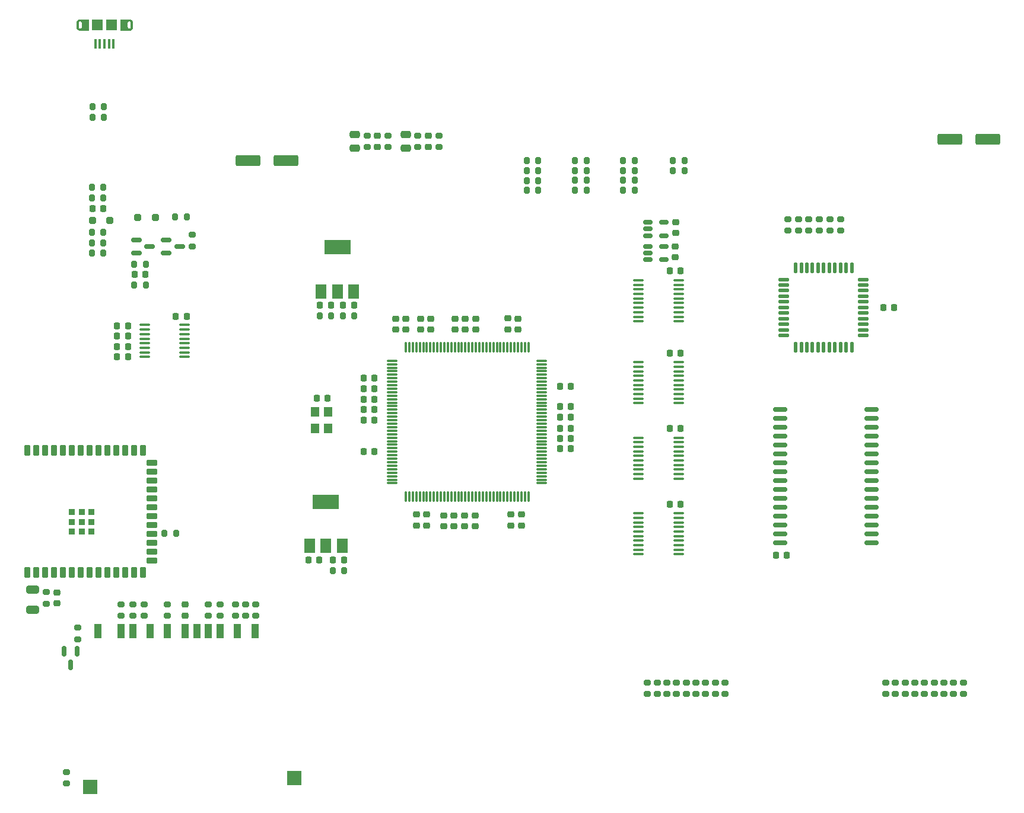
<source format=gtp>
%TF.GenerationSoftware,KiCad,Pcbnew,(7.0.0)*%
%TF.CreationDate,2023-07-18T19:19:10-07:00*%
%TF.ProjectId,aquarius-plus,61717561-7269-4757-932d-706c75732e6b,rev?*%
%TF.SameCoordinates,Original*%
%TF.FileFunction,Paste,Top*%
%TF.FilePolarity,Positive*%
%FSLAX46Y46*%
G04 Gerber Fmt 4.6, Leading zero omitted, Abs format (unit mm)*
G04 Created by KiCad (PCBNEW (7.0.0)) date 2023-07-18 19:19:10*
%MOMM*%
%LPD*%
G01*
G04 APERTURE LIST*
G04 Aperture macros list*
%AMRoundRect*
0 Rectangle with rounded corners*
0 $1 Rounding radius*
0 $2 $3 $4 $5 $6 $7 $8 $9 X,Y pos of 4 corners*
0 Add a 4 corners polygon primitive as box body*
4,1,4,$2,$3,$4,$5,$6,$7,$8,$9,$2,$3,0*
0 Add four circle primitives for the rounded corners*
1,1,$1+$1,$2,$3*
1,1,$1+$1,$4,$5*
1,1,$1+$1,$6,$7*
1,1,$1+$1,$8,$9*
0 Add four rect primitives between the rounded corners*
20,1,$1+$1,$2,$3,$4,$5,0*
20,1,$1+$1,$4,$5,$6,$7,0*
20,1,$1+$1,$6,$7,$8,$9,0*
20,1,$1+$1,$8,$9,$2,$3,0*%
G04 Aperture macros list end*
%ADD10C,0.000100*%
%ADD11RoundRect,0.225000X0.250000X-0.225000X0.250000X0.225000X-0.250000X0.225000X-0.250000X-0.225000X0*%
%ADD12RoundRect,0.200000X0.275000X-0.200000X0.275000X0.200000X-0.275000X0.200000X-0.275000X-0.200000X0*%
%ADD13RoundRect,0.200000X-0.275000X0.200000X-0.275000X-0.200000X0.275000X-0.200000X0.275000X0.200000X0*%
%ADD14RoundRect,0.100000X-0.637500X-0.100000X0.637500X-0.100000X0.637500X0.100000X-0.637500X0.100000X0*%
%ADD15RoundRect,0.150000X0.875000X0.150000X-0.875000X0.150000X-0.875000X-0.150000X0.875000X-0.150000X0*%
%ADD16RoundRect,0.200000X-0.200000X-0.275000X0.200000X-0.275000X0.200000X0.275000X-0.200000X0.275000X0*%
%ADD17RoundRect,0.225000X-0.250000X0.225000X-0.250000X-0.225000X0.250000X-0.225000X0.250000X0.225000X0*%
%ADD18R,1.500000X2.000000*%
%ADD19R,3.800000X2.000000*%
%ADD20RoundRect,0.075000X-0.075000X0.662500X-0.075000X-0.662500X0.075000X-0.662500X0.075000X0.662500X0*%
%ADD21RoundRect,0.075000X-0.662500X0.075000X-0.662500X-0.075000X0.662500X-0.075000X0.662500X0.075000X0*%
%ADD22RoundRect,0.225000X0.225000X0.250000X-0.225000X0.250000X-0.225000X-0.250000X0.225000X-0.250000X0*%
%ADD23RoundRect,0.225000X-0.225000X-0.250000X0.225000X-0.250000X0.225000X0.250000X-0.225000X0.250000X0*%
%ADD24RoundRect,0.250000X0.475000X-0.250000X0.475000X0.250000X-0.475000X0.250000X-0.475000X-0.250000X0*%
%ADD25RoundRect,0.150000X-0.587500X-0.150000X0.587500X-0.150000X0.587500X0.150000X-0.587500X0.150000X0*%
%ADD26RoundRect,0.200000X0.200000X0.275000X-0.200000X0.275000X-0.200000X-0.275000X0.200000X-0.275000X0*%
%ADD27R,0.400000X1.350000*%
%ADD28R,1.500000X1.550000*%
%ADD29R,1.000000X2.000000*%
%ADD30RoundRect,0.000000X-0.500000X-1.000000X0.500000X-1.000000X0.500000X1.000000X-0.500000X1.000000X0*%
%ADD31R,2.000000X2.000000*%
%ADD32RoundRect,0.150000X-0.512500X-0.150000X0.512500X-0.150000X0.512500X0.150000X-0.512500X0.150000X0*%
%ADD33RoundRect,0.137500X0.600000X0.137500X-0.600000X0.137500X-0.600000X-0.137500X0.600000X-0.137500X0*%
%ADD34RoundRect,0.137500X0.137500X0.600000X-0.137500X0.600000X-0.137500X-0.600000X0.137500X-0.600000X0*%
%ADD35RoundRect,0.250000X1.500000X0.550000X-1.500000X0.550000X-1.500000X-0.550000X1.500000X-0.550000X0*%
%ADD36RoundRect,0.250000X0.250000X0.250000X-0.250000X0.250000X-0.250000X-0.250000X0.250000X-0.250000X0*%
%ADD37R,1.200000X1.400000*%
%ADD38RoundRect,0.250000X-0.650000X0.325000X-0.650000X-0.325000X0.650000X-0.325000X0.650000X0.325000X0*%
%ADD39RoundRect,0.225000X0.225000X0.525000X-0.225000X0.525000X-0.225000X-0.525000X0.225000X-0.525000X0*%
%ADD40RoundRect,0.225000X-0.525000X0.225000X-0.525000X-0.225000X0.525000X-0.225000X0.525000X0.225000X0*%
%ADD41RoundRect,0.225000X-0.225000X-0.525000X0.225000X-0.525000X0.225000X0.525000X-0.225000X0.525000X0*%
%ADD42RoundRect,0.225000X-0.225000X-0.225000X0.225000X-0.225000X0.225000X0.225000X-0.225000X0.225000X0*%
%ADD43RoundRect,0.150000X-0.150000X0.587500X-0.150000X-0.587500X0.150000X-0.587500X0.150000X0.587500X0*%
G04 APERTURE END LIST*
D10*
%TO.C,J1*%
X86967152Y-37229469D02*
X86967152Y-37059469D01*
X79967152Y-35689469D02*
X79967152Y-35859469D01*
G36*
X86967152Y-35884469D02*
G01*
X86954152Y-35884469D01*
X86941152Y-35885469D01*
X86928152Y-35887469D01*
X86915152Y-35889469D01*
X86902152Y-35893469D01*
X86890152Y-35896469D01*
X86877152Y-35901469D01*
X86865152Y-35906469D01*
X86854152Y-35911469D01*
X86842152Y-35917469D01*
X86831152Y-35924469D01*
X86820152Y-35932469D01*
X86810152Y-35940469D01*
X86800152Y-35948469D01*
X86790152Y-35957469D01*
X86781152Y-35967469D01*
X86773152Y-35977469D01*
X86765152Y-35987469D01*
X86757152Y-35998469D01*
X86750152Y-36009469D01*
X86744152Y-36021469D01*
X86739152Y-36032469D01*
X86734152Y-36044469D01*
X86729152Y-36057469D01*
X86726152Y-36069469D01*
X86722152Y-36082469D01*
X86720152Y-36095469D01*
X86718152Y-36108469D01*
X86717152Y-36121469D01*
X86717152Y-36134469D01*
X86717152Y-36784469D01*
X86717152Y-36797469D01*
X86718152Y-36810469D01*
X86720152Y-36823469D01*
X86722152Y-36836469D01*
X86726152Y-36849469D01*
X86729152Y-36861469D01*
X86734152Y-36874469D01*
X86739152Y-36886469D01*
X86744152Y-36897469D01*
X86750152Y-36909469D01*
X86757152Y-36920469D01*
X86765152Y-36931469D01*
X86773152Y-36941469D01*
X86781152Y-36951469D01*
X86790152Y-36961469D01*
X86800152Y-36970469D01*
X86810152Y-36978469D01*
X86820152Y-36986469D01*
X86831152Y-36994469D01*
X86842152Y-37001469D01*
X86854152Y-37007469D01*
X86865152Y-37012469D01*
X86877152Y-37017469D01*
X86890152Y-37022469D01*
X86902152Y-37025469D01*
X86915152Y-37029469D01*
X86928152Y-37031469D01*
X86941152Y-37033469D01*
X86954152Y-37034469D01*
X86967152Y-37034469D01*
X86967152Y-37234469D01*
X85767152Y-37234469D01*
X85767152Y-35684469D01*
X86967152Y-35684469D01*
X86967152Y-35884469D01*
G37*
X86967152Y-35884469D02*
X86954152Y-35884469D01*
X86941152Y-35885469D01*
X86928152Y-35887469D01*
X86915152Y-35889469D01*
X86902152Y-35893469D01*
X86890152Y-35896469D01*
X86877152Y-35901469D01*
X86865152Y-35906469D01*
X86854152Y-35911469D01*
X86842152Y-35917469D01*
X86831152Y-35924469D01*
X86820152Y-35932469D01*
X86810152Y-35940469D01*
X86800152Y-35948469D01*
X86790152Y-35957469D01*
X86781152Y-35967469D01*
X86773152Y-35977469D01*
X86765152Y-35987469D01*
X86757152Y-35998469D01*
X86750152Y-36009469D01*
X86744152Y-36021469D01*
X86739152Y-36032469D01*
X86734152Y-36044469D01*
X86729152Y-36057469D01*
X86726152Y-36069469D01*
X86722152Y-36082469D01*
X86720152Y-36095469D01*
X86718152Y-36108469D01*
X86717152Y-36121469D01*
X86717152Y-36134469D01*
X86717152Y-36784469D01*
X86717152Y-36797469D01*
X86718152Y-36810469D01*
X86720152Y-36823469D01*
X86722152Y-36836469D01*
X86726152Y-36849469D01*
X86729152Y-36861469D01*
X86734152Y-36874469D01*
X86739152Y-36886469D01*
X86744152Y-36897469D01*
X86750152Y-36909469D01*
X86757152Y-36920469D01*
X86765152Y-36931469D01*
X86773152Y-36941469D01*
X86781152Y-36951469D01*
X86790152Y-36961469D01*
X86800152Y-36970469D01*
X86810152Y-36978469D01*
X86820152Y-36986469D01*
X86831152Y-36994469D01*
X86842152Y-37001469D01*
X86854152Y-37007469D01*
X86865152Y-37012469D01*
X86877152Y-37017469D01*
X86890152Y-37022469D01*
X86902152Y-37025469D01*
X86915152Y-37029469D01*
X86928152Y-37031469D01*
X86941152Y-37033469D01*
X86954152Y-37034469D01*
X86967152Y-37034469D01*
X86967152Y-37234469D01*
X85767152Y-37234469D01*
X85767152Y-35684469D01*
X86967152Y-35684469D01*
X86967152Y-35884469D01*
G36*
X81167152Y-37234469D02*
G01*
X79967152Y-37234469D01*
X79967152Y-37034469D01*
X79980152Y-37034469D01*
X79993152Y-37033469D01*
X80006152Y-37031469D01*
X80019152Y-37029469D01*
X80032152Y-37025469D01*
X80044152Y-37022469D01*
X80057152Y-37017469D01*
X80069152Y-37012469D01*
X80080152Y-37007469D01*
X80092152Y-37001469D01*
X80103152Y-36994469D01*
X80114152Y-36986469D01*
X80124152Y-36978469D01*
X80134152Y-36970469D01*
X80144152Y-36961469D01*
X80153152Y-36951469D01*
X80161152Y-36941469D01*
X80169152Y-36931469D01*
X80177152Y-36920469D01*
X80184152Y-36909469D01*
X80190152Y-36897469D01*
X80195152Y-36886469D01*
X80200152Y-36874469D01*
X80205152Y-36861469D01*
X80208152Y-36849469D01*
X80212152Y-36836469D01*
X80214152Y-36823469D01*
X80216152Y-36810469D01*
X80217152Y-36797469D01*
X80217152Y-36784469D01*
X80217152Y-36134469D01*
X80217152Y-36121469D01*
X80216152Y-36108469D01*
X80214152Y-36095469D01*
X80212152Y-36082469D01*
X80208152Y-36069469D01*
X80205152Y-36057469D01*
X80200152Y-36044469D01*
X80195152Y-36032469D01*
X80190152Y-36021469D01*
X80184152Y-36009469D01*
X80177152Y-35998469D01*
X80169152Y-35987469D01*
X80161152Y-35977469D01*
X80153152Y-35967469D01*
X80144152Y-35957469D01*
X80134152Y-35948469D01*
X80124152Y-35940469D01*
X80114152Y-35932469D01*
X80103152Y-35924469D01*
X80092152Y-35917469D01*
X80080152Y-35911469D01*
X80069152Y-35906469D01*
X80057152Y-35901469D01*
X80044152Y-35896469D01*
X80032152Y-35893469D01*
X80019152Y-35889469D01*
X80006152Y-35887469D01*
X79993152Y-35885469D01*
X79980152Y-35884469D01*
X79967152Y-35884469D01*
X79967152Y-35684469D01*
X81167152Y-35684469D01*
X81167152Y-37234469D01*
G37*
X81167152Y-37234469D02*
X79967152Y-37234469D01*
X79967152Y-37034469D01*
X79980152Y-37034469D01*
X79993152Y-37033469D01*
X80006152Y-37031469D01*
X80019152Y-37029469D01*
X80032152Y-37025469D01*
X80044152Y-37022469D01*
X80057152Y-37017469D01*
X80069152Y-37012469D01*
X80080152Y-37007469D01*
X80092152Y-37001469D01*
X80103152Y-36994469D01*
X80114152Y-36986469D01*
X80124152Y-36978469D01*
X80134152Y-36970469D01*
X80144152Y-36961469D01*
X80153152Y-36951469D01*
X80161152Y-36941469D01*
X80169152Y-36931469D01*
X80177152Y-36920469D01*
X80184152Y-36909469D01*
X80190152Y-36897469D01*
X80195152Y-36886469D01*
X80200152Y-36874469D01*
X80205152Y-36861469D01*
X80208152Y-36849469D01*
X80212152Y-36836469D01*
X80214152Y-36823469D01*
X80216152Y-36810469D01*
X80217152Y-36797469D01*
X80217152Y-36784469D01*
X80217152Y-36134469D01*
X80217152Y-36121469D01*
X80216152Y-36108469D01*
X80214152Y-36095469D01*
X80212152Y-36082469D01*
X80208152Y-36069469D01*
X80205152Y-36057469D01*
X80200152Y-36044469D01*
X80195152Y-36032469D01*
X80190152Y-36021469D01*
X80184152Y-36009469D01*
X80177152Y-35998469D01*
X80169152Y-35987469D01*
X80161152Y-35977469D01*
X80153152Y-35967469D01*
X80144152Y-35957469D01*
X80134152Y-35948469D01*
X80124152Y-35940469D01*
X80114152Y-35932469D01*
X80103152Y-35924469D01*
X80092152Y-35917469D01*
X80080152Y-35911469D01*
X80069152Y-35906469D01*
X80057152Y-35901469D01*
X80044152Y-35896469D01*
X80032152Y-35893469D01*
X80019152Y-35889469D01*
X80006152Y-35887469D01*
X79993152Y-35885469D01*
X79980152Y-35884469D01*
X79967152Y-35884469D01*
X79967152Y-35684469D01*
X81167152Y-35684469D01*
X81167152Y-37234469D01*
G36*
X86993152Y-35685469D02*
G01*
X87019152Y-35687469D01*
X87045152Y-35690469D01*
X87071152Y-35695469D01*
X87096152Y-35701469D01*
X87122152Y-35708469D01*
X87146152Y-35717469D01*
X87170152Y-35727469D01*
X87194152Y-35738469D01*
X87217152Y-35751469D01*
X87239152Y-35765469D01*
X87261152Y-35779469D01*
X87282152Y-35795469D01*
X87302152Y-35812469D01*
X87321152Y-35830469D01*
X87339152Y-35849469D01*
X87356152Y-35869469D01*
X87372152Y-35890469D01*
X87386152Y-35912469D01*
X87400152Y-35934469D01*
X87413152Y-35957469D01*
X87424152Y-35981469D01*
X87434152Y-36005469D01*
X87443152Y-36029469D01*
X87450152Y-36055469D01*
X87456152Y-36080469D01*
X87461152Y-36106469D01*
X87464152Y-36132469D01*
X87466152Y-36158469D01*
X87467152Y-36184469D01*
X87467152Y-36734469D01*
X87466152Y-36760469D01*
X87464152Y-36786469D01*
X87461152Y-36812469D01*
X87456152Y-36838469D01*
X87450152Y-36863469D01*
X87443152Y-36889469D01*
X87434152Y-36913469D01*
X87424152Y-36937469D01*
X87413152Y-36961469D01*
X87400152Y-36984469D01*
X87386152Y-37006469D01*
X87372152Y-37028469D01*
X87356152Y-37049469D01*
X87339152Y-37069469D01*
X87321152Y-37088469D01*
X87302152Y-37106469D01*
X87282152Y-37123469D01*
X87261152Y-37139469D01*
X87239152Y-37153469D01*
X87217152Y-37167469D01*
X87194152Y-37180469D01*
X87170152Y-37191469D01*
X87146152Y-37201469D01*
X87122152Y-37210469D01*
X87096152Y-37217469D01*
X87071152Y-37223469D01*
X87045152Y-37228469D01*
X87019152Y-37231469D01*
X86993152Y-37233469D01*
X86967152Y-37234469D01*
X86967152Y-37034469D01*
X86980152Y-37034469D01*
X86993152Y-37033469D01*
X87006152Y-37031469D01*
X87019152Y-37029469D01*
X87032152Y-37025469D01*
X87044152Y-37022469D01*
X87057152Y-37017469D01*
X87069152Y-37012469D01*
X87080152Y-37007469D01*
X87092152Y-37001469D01*
X87103152Y-36994469D01*
X87114152Y-36986469D01*
X87124152Y-36978469D01*
X87134152Y-36970469D01*
X87144152Y-36961469D01*
X87153152Y-36951469D01*
X87161152Y-36941469D01*
X87169152Y-36931469D01*
X87177152Y-36920469D01*
X87184152Y-36909469D01*
X87190152Y-36897469D01*
X87195152Y-36886469D01*
X87200152Y-36874469D01*
X87205152Y-36861469D01*
X87208152Y-36849469D01*
X87212152Y-36836469D01*
X87214152Y-36823469D01*
X87216152Y-36810469D01*
X87217152Y-36797469D01*
X87217152Y-36784469D01*
X87217152Y-36134469D01*
X87217152Y-36121469D01*
X87216152Y-36108469D01*
X87214152Y-36095469D01*
X87212152Y-36082469D01*
X87208152Y-36069469D01*
X87205152Y-36057469D01*
X87200152Y-36044469D01*
X87195152Y-36032469D01*
X87190152Y-36021469D01*
X87184152Y-36009469D01*
X87177152Y-35998469D01*
X87169152Y-35987469D01*
X87161152Y-35977469D01*
X87153152Y-35967469D01*
X87144152Y-35957469D01*
X87134152Y-35948469D01*
X87124152Y-35940469D01*
X87114152Y-35932469D01*
X87103152Y-35924469D01*
X87092152Y-35917469D01*
X87080152Y-35911469D01*
X87069152Y-35906469D01*
X87057152Y-35901469D01*
X87044152Y-35896469D01*
X87032152Y-35893469D01*
X87019152Y-35889469D01*
X87006152Y-35887469D01*
X86993152Y-35885469D01*
X86980152Y-35884469D01*
X86967152Y-35884469D01*
X86967152Y-35684469D01*
X86993152Y-35685469D01*
G37*
X86993152Y-35685469D02*
X87019152Y-35687469D01*
X87045152Y-35690469D01*
X87071152Y-35695469D01*
X87096152Y-35701469D01*
X87122152Y-35708469D01*
X87146152Y-35717469D01*
X87170152Y-35727469D01*
X87194152Y-35738469D01*
X87217152Y-35751469D01*
X87239152Y-35765469D01*
X87261152Y-35779469D01*
X87282152Y-35795469D01*
X87302152Y-35812469D01*
X87321152Y-35830469D01*
X87339152Y-35849469D01*
X87356152Y-35869469D01*
X87372152Y-35890469D01*
X87386152Y-35912469D01*
X87400152Y-35934469D01*
X87413152Y-35957469D01*
X87424152Y-35981469D01*
X87434152Y-36005469D01*
X87443152Y-36029469D01*
X87450152Y-36055469D01*
X87456152Y-36080469D01*
X87461152Y-36106469D01*
X87464152Y-36132469D01*
X87466152Y-36158469D01*
X87467152Y-36184469D01*
X87467152Y-36734469D01*
X87466152Y-36760469D01*
X87464152Y-36786469D01*
X87461152Y-36812469D01*
X87456152Y-36838469D01*
X87450152Y-36863469D01*
X87443152Y-36889469D01*
X87434152Y-36913469D01*
X87424152Y-36937469D01*
X87413152Y-36961469D01*
X87400152Y-36984469D01*
X87386152Y-37006469D01*
X87372152Y-37028469D01*
X87356152Y-37049469D01*
X87339152Y-37069469D01*
X87321152Y-37088469D01*
X87302152Y-37106469D01*
X87282152Y-37123469D01*
X87261152Y-37139469D01*
X87239152Y-37153469D01*
X87217152Y-37167469D01*
X87194152Y-37180469D01*
X87170152Y-37191469D01*
X87146152Y-37201469D01*
X87122152Y-37210469D01*
X87096152Y-37217469D01*
X87071152Y-37223469D01*
X87045152Y-37228469D01*
X87019152Y-37231469D01*
X86993152Y-37233469D01*
X86967152Y-37234469D01*
X86967152Y-37034469D01*
X86980152Y-37034469D01*
X86993152Y-37033469D01*
X87006152Y-37031469D01*
X87019152Y-37029469D01*
X87032152Y-37025469D01*
X87044152Y-37022469D01*
X87057152Y-37017469D01*
X87069152Y-37012469D01*
X87080152Y-37007469D01*
X87092152Y-37001469D01*
X87103152Y-36994469D01*
X87114152Y-36986469D01*
X87124152Y-36978469D01*
X87134152Y-36970469D01*
X87144152Y-36961469D01*
X87153152Y-36951469D01*
X87161152Y-36941469D01*
X87169152Y-36931469D01*
X87177152Y-36920469D01*
X87184152Y-36909469D01*
X87190152Y-36897469D01*
X87195152Y-36886469D01*
X87200152Y-36874469D01*
X87205152Y-36861469D01*
X87208152Y-36849469D01*
X87212152Y-36836469D01*
X87214152Y-36823469D01*
X87216152Y-36810469D01*
X87217152Y-36797469D01*
X87217152Y-36784469D01*
X87217152Y-36134469D01*
X87217152Y-36121469D01*
X87216152Y-36108469D01*
X87214152Y-36095469D01*
X87212152Y-36082469D01*
X87208152Y-36069469D01*
X87205152Y-36057469D01*
X87200152Y-36044469D01*
X87195152Y-36032469D01*
X87190152Y-36021469D01*
X87184152Y-36009469D01*
X87177152Y-35998469D01*
X87169152Y-35987469D01*
X87161152Y-35977469D01*
X87153152Y-35967469D01*
X87144152Y-35957469D01*
X87134152Y-35948469D01*
X87124152Y-35940469D01*
X87114152Y-35932469D01*
X87103152Y-35924469D01*
X87092152Y-35917469D01*
X87080152Y-35911469D01*
X87069152Y-35906469D01*
X87057152Y-35901469D01*
X87044152Y-35896469D01*
X87032152Y-35893469D01*
X87019152Y-35889469D01*
X87006152Y-35887469D01*
X86993152Y-35885469D01*
X86980152Y-35884469D01*
X86967152Y-35884469D01*
X86967152Y-35684469D01*
X86993152Y-35685469D01*
G36*
X79967152Y-35884469D02*
G01*
X79954152Y-35884469D01*
X79941152Y-35885469D01*
X79928152Y-35887469D01*
X79915152Y-35889469D01*
X79902152Y-35893469D01*
X79890152Y-35896469D01*
X79877152Y-35901469D01*
X79865152Y-35906469D01*
X79854152Y-35911469D01*
X79842152Y-35917469D01*
X79831152Y-35924469D01*
X79820152Y-35932469D01*
X79810152Y-35940469D01*
X79800152Y-35948469D01*
X79790152Y-35957469D01*
X79781152Y-35967469D01*
X79773152Y-35977469D01*
X79765152Y-35987469D01*
X79757152Y-35998469D01*
X79750152Y-36009469D01*
X79744152Y-36021469D01*
X79739152Y-36032469D01*
X79734152Y-36044469D01*
X79729152Y-36057469D01*
X79726152Y-36069469D01*
X79722152Y-36082469D01*
X79720152Y-36095469D01*
X79718152Y-36108469D01*
X79717152Y-36121469D01*
X79717152Y-36134469D01*
X79717152Y-36784469D01*
X79717152Y-36797469D01*
X79718152Y-36810469D01*
X79720152Y-36823469D01*
X79722152Y-36836469D01*
X79726152Y-36849469D01*
X79729152Y-36861469D01*
X79734152Y-36874469D01*
X79739152Y-36886469D01*
X79744152Y-36897469D01*
X79750152Y-36909469D01*
X79757152Y-36920469D01*
X79765152Y-36931469D01*
X79773152Y-36941469D01*
X79781152Y-36951469D01*
X79790152Y-36961469D01*
X79800152Y-36970469D01*
X79810152Y-36978469D01*
X79820152Y-36986469D01*
X79831152Y-36994469D01*
X79842152Y-37001469D01*
X79854152Y-37007469D01*
X79865152Y-37012469D01*
X79877152Y-37017469D01*
X79890152Y-37022469D01*
X79902152Y-37025469D01*
X79915152Y-37029469D01*
X79928152Y-37031469D01*
X79941152Y-37033469D01*
X79954152Y-37034469D01*
X79967152Y-37034469D01*
X79967152Y-37234469D01*
X79941152Y-37233469D01*
X79915152Y-37231469D01*
X79889152Y-37228469D01*
X79863152Y-37223469D01*
X79838152Y-37217469D01*
X79812152Y-37210469D01*
X79788152Y-37201469D01*
X79764152Y-37191469D01*
X79740152Y-37180469D01*
X79717152Y-37167469D01*
X79695152Y-37153469D01*
X79673152Y-37139469D01*
X79652152Y-37123469D01*
X79632152Y-37106469D01*
X79613152Y-37088469D01*
X79595152Y-37069469D01*
X79578152Y-37049469D01*
X79562152Y-37028469D01*
X79548152Y-37006469D01*
X79534152Y-36984469D01*
X79521152Y-36961469D01*
X79510152Y-36937469D01*
X79500152Y-36913469D01*
X79491152Y-36889469D01*
X79484152Y-36863469D01*
X79478152Y-36838469D01*
X79473152Y-36812469D01*
X79470152Y-36786469D01*
X79468152Y-36760469D01*
X79467152Y-36734469D01*
X79467152Y-36184469D01*
X79468152Y-36158469D01*
X79470152Y-36132469D01*
X79473152Y-36106469D01*
X79478152Y-36080469D01*
X79484152Y-36055469D01*
X79491152Y-36029469D01*
X79500152Y-36005469D01*
X79510152Y-35981469D01*
X79521152Y-35957469D01*
X79534152Y-35934469D01*
X79548152Y-35912469D01*
X79562152Y-35890469D01*
X79578152Y-35869469D01*
X79595152Y-35849469D01*
X79613152Y-35830469D01*
X79632152Y-35812469D01*
X79652152Y-35795469D01*
X79673152Y-35779469D01*
X79695152Y-35765469D01*
X79717152Y-35751469D01*
X79740152Y-35738469D01*
X79764152Y-35727469D01*
X79788152Y-35717469D01*
X79812152Y-35708469D01*
X79838152Y-35701469D01*
X79863152Y-35695469D01*
X79889152Y-35690469D01*
X79915152Y-35687469D01*
X79941152Y-35685469D01*
X79967152Y-35684469D01*
X79967152Y-35884469D01*
G37*
X79967152Y-35884469D02*
X79954152Y-35884469D01*
X79941152Y-35885469D01*
X79928152Y-35887469D01*
X79915152Y-35889469D01*
X79902152Y-35893469D01*
X79890152Y-35896469D01*
X79877152Y-35901469D01*
X79865152Y-35906469D01*
X79854152Y-35911469D01*
X79842152Y-35917469D01*
X79831152Y-35924469D01*
X79820152Y-35932469D01*
X79810152Y-35940469D01*
X79800152Y-35948469D01*
X79790152Y-35957469D01*
X79781152Y-35967469D01*
X79773152Y-35977469D01*
X79765152Y-35987469D01*
X79757152Y-35998469D01*
X79750152Y-36009469D01*
X79744152Y-36021469D01*
X79739152Y-36032469D01*
X79734152Y-36044469D01*
X79729152Y-36057469D01*
X79726152Y-36069469D01*
X79722152Y-36082469D01*
X79720152Y-36095469D01*
X79718152Y-36108469D01*
X79717152Y-36121469D01*
X79717152Y-36134469D01*
X79717152Y-36784469D01*
X79717152Y-36797469D01*
X79718152Y-36810469D01*
X79720152Y-36823469D01*
X79722152Y-36836469D01*
X79726152Y-36849469D01*
X79729152Y-36861469D01*
X79734152Y-36874469D01*
X79739152Y-36886469D01*
X79744152Y-36897469D01*
X79750152Y-36909469D01*
X79757152Y-36920469D01*
X79765152Y-36931469D01*
X79773152Y-36941469D01*
X79781152Y-36951469D01*
X79790152Y-36961469D01*
X79800152Y-36970469D01*
X79810152Y-36978469D01*
X79820152Y-36986469D01*
X79831152Y-36994469D01*
X79842152Y-37001469D01*
X79854152Y-37007469D01*
X79865152Y-37012469D01*
X79877152Y-37017469D01*
X79890152Y-37022469D01*
X79902152Y-37025469D01*
X79915152Y-37029469D01*
X79928152Y-37031469D01*
X79941152Y-37033469D01*
X79954152Y-37034469D01*
X79967152Y-37034469D01*
X79967152Y-37234469D01*
X79941152Y-37233469D01*
X79915152Y-37231469D01*
X79889152Y-37228469D01*
X79863152Y-37223469D01*
X79838152Y-37217469D01*
X79812152Y-37210469D01*
X79788152Y-37201469D01*
X79764152Y-37191469D01*
X79740152Y-37180469D01*
X79717152Y-37167469D01*
X79695152Y-37153469D01*
X79673152Y-37139469D01*
X79652152Y-37123469D01*
X79632152Y-37106469D01*
X79613152Y-37088469D01*
X79595152Y-37069469D01*
X79578152Y-37049469D01*
X79562152Y-37028469D01*
X79548152Y-37006469D01*
X79534152Y-36984469D01*
X79521152Y-36961469D01*
X79510152Y-36937469D01*
X79500152Y-36913469D01*
X79491152Y-36889469D01*
X79484152Y-36863469D01*
X79478152Y-36838469D01*
X79473152Y-36812469D01*
X79470152Y-36786469D01*
X79468152Y-36760469D01*
X79467152Y-36734469D01*
X79467152Y-36184469D01*
X79468152Y-36158469D01*
X79470152Y-36132469D01*
X79473152Y-36106469D01*
X79478152Y-36080469D01*
X79484152Y-36055469D01*
X79491152Y-36029469D01*
X79500152Y-36005469D01*
X79510152Y-35981469D01*
X79521152Y-35957469D01*
X79534152Y-35934469D01*
X79548152Y-35912469D01*
X79562152Y-35890469D01*
X79578152Y-35869469D01*
X79595152Y-35849469D01*
X79613152Y-35830469D01*
X79632152Y-35812469D01*
X79652152Y-35795469D01*
X79673152Y-35779469D01*
X79695152Y-35765469D01*
X79717152Y-35751469D01*
X79740152Y-35738469D01*
X79764152Y-35727469D01*
X79788152Y-35717469D01*
X79812152Y-35708469D01*
X79838152Y-35701469D01*
X79863152Y-35695469D01*
X79889152Y-35690469D01*
X79915152Y-35687469D01*
X79941152Y-35685469D01*
X79967152Y-35684469D01*
X79967152Y-35884469D01*
%TD*%
D11*
%TO.C,C21*%
X140997000Y-79981200D03*
X140997000Y-78431200D03*
%TD*%
D12*
%TO.C,R66*%
X204645000Y-132080000D03*
X204645000Y-130430000D03*
%TD*%
D13*
%TO.C,R24*%
X182497500Y-64238100D03*
X182497500Y-65888100D03*
%TD*%
D12*
%TO.C,R49*%
X75200000Y-119175000D03*
X75200000Y-117525000D03*
%TD*%
D14*
%TO.C,U5*%
X89194200Y-79361700D03*
X89194200Y-80011700D03*
X89194200Y-80661700D03*
X89194200Y-81311700D03*
X89194200Y-81961700D03*
X89194200Y-82611700D03*
X89194200Y-83261700D03*
X89194200Y-83911700D03*
X94919200Y-83911700D03*
X94919200Y-83261700D03*
X94919200Y-82611700D03*
X94919200Y-81961700D03*
X94919200Y-81311700D03*
X94919200Y-80661700D03*
X94919200Y-80011700D03*
X94919200Y-79361700D03*
%TD*%
D15*
%TO.C,U13*%
X192972700Y-110490000D03*
X192972700Y-109220000D03*
X192972700Y-107950000D03*
X192972700Y-106680000D03*
X192972700Y-105410000D03*
X192972700Y-104140000D03*
X192972700Y-102870000D03*
X192972700Y-101600000D03*
X192972700Y-100330000D03*
X192972700Y-99060000D03*
X192972700Y-97790000D03*
X192972700Y-96520000D03*
X192972700Y-95250000D03*
X192972700Y-93980000D03*
X192972700Y-92710000D03*
X192972700Y-91440000D03*
X179872700Y-91440000D03*
X179872700Y-92710000D03*
X179872700Y-93980000D03*
X179872700Y-95250000D03*
X179872700Y-96520000D03*
X179872700Y-97790000D03*
X179872700Y-99060000D03*
X179872700Y-100330000D03*
X179872700Y-101600000D03*
X179872700Y-102870000D03*
X179872700Y-104140000D03*
X179872700Y-105410000D03*
X179872700Y-106680000D03*
X179872700Y-107950000D03*
X179872700Y-109220000D03*
X179872700Y-110490000D03*
%TD*%
D13*
%TO.C,R47*%
X103611700Y-119273200D03*
X103611700Y-120923200D03*
%TD*%
D12*
%TO.C,R53*%
X165100000Y-132080000D03*
X165100000Y-130430000D03*
%TD*%
D16*
%TO.C,R20*%
X150609500Y-60120100D03*
X152259500Y-60120100D03*
%TD*%
%TO.C,R13*%
X157494300Y-57282000D03*
X159144300Y-57282000D03*
%TD*%
D17*
%TO.C,C46*%
X136350000Y-106562500D03*
X136350000Y-108112500D03*
%TD*%
D12*
%TO.C,R64*%
X201875000Y-132080000D03*
X201875000Y-130430000D03*
%TD*%
%TO.C,R54*%
X166490000Y-132080000D03*
X166490000Y-130430000D03*
%TD*%
D11*
%TO.C,C4*%
X129699400Y-53898800D03*
X129699400Y-52348800D03*
%TD*%
D18*
%TO.C,U3*%
X114393326Y-74549999D03*
X116693326Y-74549999D03*
D19*
X116693326Y-68249999D03*
D18*
X118993326Y-74549999D03*
%TD*%
D17*
%TO.C,C52*%
X134850000Y-106562500D03*
X134850000Y-108112500D03*
%TD*%
D13*
%TO.C,R46*%
X102150300Y-119272500D03*
X102150300Y-120922500D03*
%TD*%
D20*
%TO.C,U6*%
X143970000Y-82550000D03*
X143470000Y-82550000D03*
X142970000Y-82550000D03*
X142470000Y-82550000D03*
X141970000Y-82550000D03*
X141470000Y-82550000D03*
X140970000Y-82550000D03*
X140470000Y-82550000D03*
X139970000Y-82550000D03*
X139470000Y-82550000D03*
X138970000Y-82550000D03*
X138470000Y-82550000D03*
X137970000Y-82550000D03*
X137470000Y-82550000D03*
X136970000Y-82550000D03*
X136470000Y-82550000D03*
X135970000Y-82550000D03*
X135470000Y-82550000D03*
X134970000Y-82550000D03*
X134470000Y-82550000D03*
X133970000Y-82550000D03*
X133470000Y-82550000D03*
X132970000Y-82550000D03*
X132470000Y-82550000D03*
X131970000Y-82550000D03*
X131470000Y-82550000D03*
X130970000Y-82550000D03*
X130470000Y-82550000D03*
X129970000Y-82550000D03*
X129470000Y-82550000D03*
X128970000Y-82550000D03*
X128470000Y-82550000D03*
X127970000Y-82550000D03*
X127470000Y-82550000D03*
X126970000Y-82550000D03*
X126470000Y-82550000D03*
D21*
X124557500Y-84462500D03*
X124557500Y-84962500D03*
X124557500Y-85462500D03*
X124557500Y-85962500D03*
X124557500Y-86462500D03*
X124557500Y-86962500D03*
X124557500Y-87462500D03*
X124557500Y-87962500D03*
X124557500Y-88462500D03*
X124557500Y-88962500D03*
X124557500Y-89462500D03*
X124557500Y-89962500D03*
X124557500Y-90462500D03*
X124557500Y-90962500D03*
X124557500Y-91462500D03*
X124557500Y-91962500D03*
X124557500Y-92462500D03*
X124557500Y-92962500D03*
X124557500Y-93462500D03*
X124557500Y-93962500D03*
X124557500Y-94462500D03*
X124557500Y-94962500D03*
X124557500Y-95462500D03*
X124557500Y-95962500D03*
X124557500Y-96462500D03*
X124557500Y-96962500D03*
X124557500Y-97462500D03*
X124557500Y-97962500D03*
X124557500Y-98462500D03*
X124557500Y-98962500D03*
X124557500Y-99462500D03*
X124557500Y-99962500D03*
X124557500Y-100462500D03*
X124557500Y-100962500D03*
X124557500Y-101462500D03*
X124557500Y-101962500D03*
D20*
X126470000Y-103875000D03*
X126970000Y-103875000D03*
X127470000Y-103875000D03*
X127970000Y-103875000D03*
X128470000Y-103875000D03*
X128970000Y-103875000D03*
X129470000Y-103875000D03*
X129970000Y-103875000D03*
X130470000Y-103875000D03*
X130970000Y-103875000D03*
X131470000Y-103875000D03*
X131970000Y-103875000D03*
X132470000Y-103875000D03*
X132970000Y-103875000D03*
X133470000Y-103875000D03*
X133970000Y-103875000D03*
X134470000Y-103875000D03*
X134970000Y-103875000D03*
X135470000Y-103875000D03*
X135970000Y-103875000D03*
X136470000Y-103875000D03*
X136970000Y-103875000D03*
X137470000Y-103875000D03*
X137970000Y-103875000D03*
X138470000Y-103875000D03*
X138970000Y-103875000D03*
X139470000Y-103875000D03*
X139970000Y-103875000D03*
X140470000Y-103875000D03*
X140970000Y-103875000D03*
X141470000Y-103875000D03*
X141970000Y-103875000D03*
X142470000Y-103875000D03*
X142970000Y-103875000D03*
X143470000Y-103875000D03*
X143970000Y-103875000D03*
D21*
X145882500Y-101962500D03*
X145882500Y-101462500D03*
X145882500Y-100962500D03*
X145882500Y-100462500D03*
X145882500Y-99962500D03*
X145882500Y-99462500D03*
X145882500Y-98962500D03*
X145882500Y-98462500D03*
X145882500Y-97962500D03*
X145882500Y-97462500D03*
X145882500Y-96962500D03*
X145882500Y-96462500D03*
X145882500Y-95962500D03*
X145882500Y-95462500D03*
X145882500Y-94962500D03*
X145882500Y-94462500D03*
X145882500Y-93962500D03*
X145882500Y-93462500D03*
X145882500Y-92962500D03*
X145882500Y-92462500D03*
X145882500Y-91962500D03*
X145882500Y-91462500D03*
X145882500Y-90962500D03*
X145882500Y-90462500D03*
X145882500Y-89962500D03*
X145882500Y-89462500D03*
X145882500Y-88962500D03*
X145882500Y-88462500D03*
X145882500Y-87962500D03*
X145882500Y-87462500D03*
X145882500Y-86962500D03*
X145882500Y-86462500D03*
X145882500Y-85962500D03*
X145882500Y-85462500D03*
X145882500Y-84962500D03*
X145882500Y-84462500D03*
%TD*%
D16*
%TO.C,R15*%
X143738600Y-58716700D03*
X145388600Y-58716700D03*
%TD*%
D13*
%TO.C,R25*%
X184000000Y-64238100D03*
X184000000Y-65888100D03*
%TD*%
D12*
%TO.C,R59*%
X194950000Y-132080000D03*
X194950000Y-130430000D03*
%TD*%
D22*
%TO.C,C47*%
X114100000Y-112925600D03*
X112550000Y-112925600D03*
%TD*%
D17*
%TO.C,C35*%
X133350000Y-106575000D03*
X133350000Y-108125000D03*
%TD*%
D23*
%TO.C,C55*%
X179296800Y-112226000D03*
X180846800Y-112226000D03*
%TD*%
D11*
%TO.C,C20*%
X125000000Y-79983800D03*
X125000000Y-78433800D03*
%TD*%
D24*
%TO.C,C3*%
X126449400Y-54073800D03*
X126449400Y-52173800D03*
%TD*%
D13*
%TO.C,R23*%
X181000000Y-64238100D03*
X181000000Y-65888100D03*
%TD*%
D16*
%TO.C,R22*%
X81675000Y-61200000D03*
X83325000Y-61200000D03*
%TD*%
D25*
%TO.C,Q2*%
X92300000Y-67200000D03*
X92300000Y-69100000D03*
X94175000Y-68150000D03*
%TD*%
D11*
%TO.C,C19*%
X136470000Y-79987500D03*
X136470000Y-78437500D03*
%TD*%
D12*
%TO.C,R4*%
X123945700Y-53957300D03*
X123945700Y-52307300D03*
%TD*%
D26*
%TO.C,R1*%
X83375000Y-48202700D03*
X81725000Y-48202700D03*
%TD*%
D16*
%TO.C,R18*%
X81675000Y-59690000D03*
X83325000Y-59690000D03*
%TD*%
D11*
%TO.C,C56*%
X94954900Y-120871400D03*
X94954900Y-119321400D03*
%TD*%
D22*
%TO.C,C48*%
X117625000Y-112925600D03*
X116075000Y-112925600D03*
%TD*%
D12*
%TO.C,R58*%
X172030000Y-132080000D03*
X172030000Y-130430000D03*
%TD*%
D22*
%TO.C,C45*%
X165685000Y-104941400D03*
X164135000Y-104941400D03*
%TD*%
D12*
%TO.C,R57*%
X170645000Y-132080000D03*
X170645000Y-130430000D03*
%TD*%
D16*
%TO.C,R33*%
X81675000Y-69100000D03*
X83325000Y-69100000D03*
%TD*%
D22*
%TO.C,C25*%
X86829400Y-79510100D03*
X85279400Y-79510100D03*
%TD*%
%TO.C,C26*%
X86825600Y-80962600D03*
X85275600Y-80962600D03*
%TD*%
D16*
%TO.C,R14*%
X164581300Y-57279100D03*
X166231300Y-57279100D03*
%TD*%
%TO.C,R39*%
X116025000Y-114425600D03*
X117675000Y-114425600D03*
%TD*%
%TO.C,R9*%
X157494300Y-55864900D03*
X159144300Y-55864900D03*
%TD*%
D22*
%TO.C,C41*%
X165685000Y-94131400D03*
X164135000Y-94131400D03*
%TD*%
D13*
%TO.C,R44*%
X98282900Y-119254000D03*
X98282900Y-120904000D03*
%TD*%
D22*
%TO.C,C30*%
X121995000Y-86962500D03*
X120445000Y-86962500D03*
%TD*%
D13*
%TO.C,R3*%
X120949400Y-52298800D03*
X120949400Y-53948800D03*
%TD*%
D11*
%TO.C,C15*%
X128550000Y-79987500D03*
X128550000Y-78437500D03*
%TD*%
D16*
%TO.C,R11*%
X143738600Y-57298300D03*
X145388600Y-57298300D03*
%TD*%
D23*
%TO.C,C40*%
X148445000Y-94100002D03*
X149995000Y-94100002D03*
%TD*%
D16*
%TO.C,R34*%
X87725000Y-73650000D03*
X89375000Y-73650000D03*
%TD*%
D27*
%TO.C,J1*%
X84767151Y-39159468D03*
X84117151Y-39159468D03*
X83467151Y-39159468D03*
X82817151Y-39159468D03*
X82167151Y-39159468D03*
D28*
X84467151Y-36459468D03*
X82467151Y-36459468D03*
%TD*%
D12*
%TO.C,R40*%
X85835800Y-120921600D03*
X85835800Y-119271600D03*
%TD*%
D13*
%TO.C,R27*%
X187000000Y-64225000D03*
X187000000Y-65875000D03*
%TD*%
D18*
%TO.C,U11*%
X112777499Y-110925599D03*
X115077499Y-110925599D03*
D19*
X115077499Y-104625599D03*
D18*
X117377499Y-110925599D03*
%TD*%
D22*
%TO.C,C33*%
X121983000Y-88476400D03*
X120433000Y-88476400D03*
%TD*%
D16*
%TO.C,R16*%
X150608400Y-58697000D03*
X152258400Y-58697000D03*
%TD*%
D22*
%TO.C,C29*%
X165685000Y-83351400D03*
X164135000Y-83351400D03*
%TD*%
D26*
%TO.C,R31*%
X83325000Y-67600000D03*
X81675000Y-67600000D03*
%TD*%
D23*
%TO.C,C42*%
X148450000Y-95600000D03*
X150000000Y-95600000D03*
%TD*%
D25*
%TO.C,Q1*%
X88012500Y-67200000D03*
X88012500Y-69100000D03*
X89887500Y-68150000D03*
%TD*%
D16*
%TO.C,R17*%
X157490500Y-58693000D03*
X159140500Y-58693000D03*
%TD*%
D17*
%TO.C,C49*%
X127970000Y-106437500D03*
X127970000Y-107987500D03*
%TD*%
D16*
%TO.C,R21*%
X157494300Y-60128100D03*
X159144300Y-60128100D03*
%TD*%
D12*
%TO.C,R51*%
X162335000Y-132080000D03*
X162335000Y-130430000D03*
%TD*%
D16*
%TO.C,R36*%
X114181627Y-78049300D03*
X115831627Y-78049300D03*
%TD*%
D17*
%TO.C,C57*%
X76659700Y-117575400D03*
X76659700Y-119125400D03*
%TD*%
D12*
%TO.C,R60*%
X196335000Y-132080000D03*
X196335000Y-130430000D03*
%TD*%
%TO.C,R68*%
X79650000Y-124275000D03*
X79650000Y-122625000D03*
%TD*%
D16*
%TO.C,R32*%
X81675000Y-66100000D03*
X83325000Y-66100000D03*
%TD*%
D13*
%TO.C,R69*%
X78000000Y-143225000D03*
X78000000Y-144875000D03*
%TD*%
D29*
%TO.C,J9*%
X102459999Y-123069999D03*
X99959999Y-123069999D03*
X96649999Y-123069999D03*
X94939999Y-123069999D03*
X92439999Y-123069999D03*
X89939999Y-123069999D03*
X87519999Y-123069999D03*
X85819999Y-123069999D03*
X104959999Y-123069999D03*
D30*
X98280000Y-123070000D03*
D29*
X82539999Y-123069999D03*
D31*
X110534999Y-144119999D03*
X81464999Y-145319999D03*
%TD*%
D32*
%TO.C,U2*%
X161035274Y-64686262D03*
X161035274Y-65636262D03*
X161035274Y-66586262D03*
X163310274Y-66586262D03*
X163310274Y-64686262D03*
%TD*%
D12*
%TO.C,R56*%
X169260000Y-132080000D03*
X169260000Y-130430000D03*
%TD*%
D13*
%TO.C,R43*%
X92411000Y-119257600D03*
X92411000Y-120907600D03*
%TD*%
D23*
%TO.C,C24*%
X194621300Y-76871400D03*
X196171300Y-76871400D03*
%TD*%
D13*
%TO.C,R26*%
X185500000Y-64238100D03*
X185500000Y-65888100D03*
%TD*%
D33*
%TO.C,U7*%
X191770000Y-80848100D03*
X191770000Y-80048100D03*
X191770000Y-79248100D03*
X191770000Y-78448100D03*
X191770000Y-77648100D03*
X191770000Y-76848100D03*
X191770000Y-76048100D03*
X191770000Y-75248100D03*
X191770000Y-74448100D03*
X191770000Y-73648100D03*
X191770000Y-72848100D03*
D34*
X190107500Y-71185600D03*
X189307500Y-71185600D03*
X188507500Y-71185600D03*
X187707500Y-71185600D03*
X186907500Y-71185600D03*
X186107500Y-71185600D03*
X185307500Y-71185600D03*
X184507500Y-71185600D03*
X183707500Y-71185600D03*
X182907500Y-71185600D03*
X182107500Y-71185600D03*
D33*
X180445000Y-72848100D03*
X180445000Y-73648100D03*
X180445000Y-74448100D03*
X180445000Y-75248100D03*
X180445000Y-76048100D03*
X180445000Y-76848100D03*
X180445000Y-77648100D03*
X180445000Y-78448100D03*
X180445000Y-79248100D03*
X180445000Y-80048100D03*
X180445000Y-80848100D03*
D34*
X182107500Y-82510600D03*
X182907500Y-82510600D03*
X183707500Y-82510600D03*
X184507500Y-82510600D03*
X185307500Y-82510600D03*
X186107500Y-82510600D03*
X186907500Y-82510600D03*
X187707500Y-82510600D03*
X188507500Y-82510600D03*
X189307500Y-82510600D03*
X190107500Y-82510600D03*
%TD*%
D16*
%TO.C,R35*%
X93575000Y-63950000D03*
X95225000Y-63950000D03*
%TD*%
D14*
%TO.C,U4*%
X159684100Y-72980000D03*
X159684100Y-73630000D03*
X159684100Y-74280000D03*
X159684100Y-74930000D03*
X159684100Y-75580000D03*
X159684100Y-76230000D03*
X159684100Y-76880000D03*
X159684100Y-77530000D03*
X159684100Y-78180000D03*
X159684100Y-78830000D03*
X165409100Y-78830000D03*
X165409100Y-78180000D03*
X165409100Y-77530000D03*
X165409100Y-76880000D03*
X165409100Y-76230000D03*
X165409100Y-75580000D03*
X165409100Y-74930000D03*
X165409100Y-74280000D03*
X165409100Y-73630000D03*
X165409100Y-72980000D03*
%TD*%
D23*
%TO.C,C37*%
X148445000Y-91012500D03*
X149995000Y-91012500D03*
%TD*%
%TO.C,C39*%
X148445000Y-92512500D03*
X149995000Y-92512500D03*
%TD*%
D12*
%TO.C,R65*%
X203260000Y-132080000D03*
X203260000Y-130430000D03*
%TD*%
%TO.C,R6*%
X131206600Y-53943400D03*
X131206600Y-52293400D03*
%TD*%
D14*
%TO.C,U9*%
X159697500Y-95456400D03*
X159697500Y-96106400D03*
X159697500Y-96756400D03*
X159697500Y-97406400D03*
X159697500Y-98056400D03*
X159697500Y-98706400D03*
X159697500Y-99356400D03*
X159697500Y-100006400D03*
X159697500Y-100656400D03*
X159697500Y-101306400D03*
X165422500Y-101306400D03*
X165422500Y-100656400D03*
X165422500Y-100006400D03*
X165422500Y-99356400D03*
X165422500Y-98706400D03*
X165422500Y-98056400D03*
X165422500Y-97406400D03*
X165422500Y-96756400D03*
X165422500Y-96106400D03*
X165422500Y-95456400D03*
%TD*%
D12*
%TO.C,R62*%
X199105000Y-132080000D03*
X199105000Y-130430000D03*
%TD*%
%TO.C,R61*%
X197720000Y-132080000D03*
X197720000Y-130430000D03*
%TD*%
D13*
%TO.C,R45*%
X99981100Y-119267600D03*
X99981100Y-120917600D03*
%TD*%
D11*
%TO.C,C14*%
X126470000Y-79987500D03*
X126470000Y-78437500D03*
%TD*%
D22*
%TO.C,C43*%
X121995000Y-97462500D03*
X120445000Y-97462500D03*
%TD*%
D17*
%TO.C,C51*%
X131850000Y-106562500D03*
X131850000Y-108112500D03*
%TD*%
D14*
%TO.C,U8*%
X159697500Y-84676400D03*
X159697500Y-85326400D03*
X159697500Y-85976400D03*
X159697500Y-86626400D03*
X159697500Y-87276400D03*
X159697500Y-87926400D03*
X159697500Y-88576400D03*
X159697500Y-89226400D03*
X159697500Y-89876400D03*
X159697500Y-90526400D03*
X165422500Y-90526400D03*
X165422500Y-89876400D03*
X165422500Y-89226400D03*
X165422500Y-88576400D03*
X165422500Y-87926400D03*
X165422500Y-87276400D03*
X165422500Y-86626400D03*
X165422500Y-85976400D03*
X165422500Y-85326400D03*
X165422500Y-84676400D03*
%TD*%
D16*
%TO.C,R12*%
X150609500Y-57273900D03*
X152259500Y-57273900D03*
%TD*%
%TO.C,R19*%
X143738600Y-60135000D03*
X145388600Y-60135000D03*
%TD*%
D22*
%TO.C,C27*%
X86825600Y-82421800D03*
X85275600Y-82421800D03*
%TD*%
D13*
%TO.C,R5*%
X128199400Y-52298800D03*
X128199400Y-53948800D03*
%TD*%
D23*
%TO.C,C6*%
X81725000Y-62700000D03*
X83275000Y-62700000D03*
%TD*%
D26*
%TO.C,R2*%
X83375000Y-49702700D03*
X81725000Y-49702700D03*
%TD*%
D22*
%TO.C,C36*%
X121995000Y-91462500D03*
X120445000Y-91462500D03*
%TD*%
%TO.C,C10*%
X165671600Y-71655000D03*
X164121600Y-71655000D03*
%TD*%
D35*
%TO.C,C7*%
X109380000Y-55880000D03*
X103980000Y-55880000D03*
%TD*%
D22*
%TO.C,C23*%
X95202000Y-78139900D03*
X93652000Y-78139900D03*
%TD*%
D11*
%TO.C,C2*%
X122449400Y-53898800D03*
X122449400Y-52348800D03*
%TD*%
D36*
%TO.C,D2*%
X90700000Y-64000000D03*
X88200000Y-64000000D03*
%TD*%
D37*
%TO.C,X1*%
X113499999Y-91749999D03*
X113499999Y-94149999D03*
X115399999Y-94149999D03*
X115399999Y-91749999D03*
%TD*%
D23*
%TO.C,C31*%
X148446200Y-88090600D03*
X149996200Y-88090600D03*
%TD*%
D17*
%TO.C,C53*%
X142950000Y-106443000D03*
X142950000Y-107993000D03*
%TD*%
D11*
%TO.C,C16*%
X130050000Y-79987500D03*
X130050000Y-78437500D03*
%TD*%
D22*
%TO.C,C38*%
X121995100Y-92991200D03*
X120445100Y-92991200D03*
%TD*%
%TO.C,C11*%
X89325000Y-72150000D03*
X87775000Y-72150000D03*
%TD*%
D14*
%TO.C,U12*%
X159697500Y-106266400D03*
X159697500Y-106916400D03*
X159697500Y-107566400D03*
X159697500Y-108216400D03*
X159697500Y-108866400D03*
X159697500Y-109516400D03*
X159697500Y-110166400D03*
X159697500Y-110816400D03*
X159697500Y-111466400D03*
X159697500Y-112116400D03*
X165422500Y-112116400D03*
X165422500Y-111466400D03*
X165422500Y-110816400D03*
X165422500Y-110166400D03*
X165422500Y-109516400D03*
X165422500Y-108866400D03*
X165422500Y-108216400D03*
X165422500Y-107566400D03*
X165422500Y-106916400D03*
X165422500Y-106266400D03*
%TD*%
D38*
%TO.C,C58*%
X73250000Y-117125000D03*
X73250000Y-120075000D03*
%TD*%
D22*
%TO.C,C28*%
X86829400Y-83887900D03*
X85279400Y-83887900D03*
%TD*%
D17*
%TO.C,C9*%
X165003774Y-64645562D03*
X165003774Y-66195562D03*
%TD*%
D13*
%TO.C,R42*%
X89130700Y-119266700D03*
X89130700Y-120916700D03*
%TD*%
D22*
%TO.C,C32*%
X115325000Y-89820000D03*
X113775000Y-89820000D03*
%TD*%
%TO.C,C13*%
X119081627Y-76549300D03*
X117531627Y-76549300D03*
%TD*%
D12*
%TO.C,R50*%
X160950000Y-132080000D03*
X160950000Y-130430000D03*
%TD*%
D17*
%TO.C,C50*%
X129426100Y-106435300D03*
X129426100Y-107985300D03*
%TD*%
D12*
%TO.C,R30*%
X95950000Y-68125000D03*
X95950000Y-66475000D03*
%TD*%
D16*
%TO.C,R37*%
X117481627Y-78049300D03*
X119131627Y-78049300D03*
%TD*%
%TO.C,R7*%
X143738600Y-55880000D03*
X145388600Y-55880000D03*
%TD*%
%TO.C,R10*%
X164579500Y-55866000D03*
X166229500Y-55866000D03*
%TD*%
D39*
%TO.C,U10*%
X72490000Y-114750000D03*
X73760000Y-114750000D03*
X75030000Y-114750000D03*
X76300000Y-114750000D03*
X77570000Y-114750000D03*
X78840000Y-114750000D03*
X80110000Y-114750000D03*
X81380000Y-114750000D03*
X82650000Y-114750000D03*
X83920000Y-114750000D03*
X85190000Y-114750000D03*
X86460000Y-114750000D03*
X87730000Y-114750000D03*
X89000000Y-114750000D03*
D40*
X90250000Y-112985000D03*
X90250000Y-111715000D03*
X90250000Y-110445000D03*
X90250000Y-109175000D03*
X90250000Y-107905000D03*
X90250000Y-106635000D03*
X90250000Y-105365000D03*
X90250000Y-104095000D03*
X90250000Y-102825000D03*
X90250000Y-101555000D03*
X90250000Y-100285000D03*
X90250000Y-99015000D03*
D41*
X89000000Y-97250000D03*
X87730000Y-97250000D03*
X86460000Y-97250000D03*
X85190000Y-97250000D03*
X83920000Y-97250000D03*
X82650000Y-97250000D03*
X81380000Y-97250000D03*
X80110000Y-97250000D03*
X78840000Y-97250000D03*
X77570000Y-97250000D03*
X76300000Y-97250000D03*
X75030000Y-97250000D03*
X73760000Y-97250000D03*
X72490000Y-97250000D03*
D42*
X78810000Y-108900000D03*
X80210000Y-108900000D03*
X81610000Y-108900000D03*
X78810000Y-107500000D03*
X80210000Y-107500000D03*
X81610000Y-107500000D03*
X78810000Y-106100000D03*
X80210000Y-106100000D03*
X81610000Y-106100000D03*
%TD*%
D12*
%TO.C,R55*%
X167875000Y-132080000D03*
X167875000Y-130430000D03*
%TD*%
D22*
%TO.C,C12*%
X115781627Y-76549300D03*
X114231627Y-76549300D03*
%TD*%
D17*
%TO.C,C54*%
X141470000Y-106437500D03*
X141470000Y-107987500D03*
%TD*%
D11*
%TO.C,C22*%
X142470000Y-79987500D03*
X142470000Y-78437500D03*
%TD*%
D43*
%TO.C,Q3*%
X79600000Y-126012500D03*
X77700000Y-126012500D03*
X78650000Y-127887500D03*
%TD*%
D13*
%TO.C,R28*%
X188500000Y-64238100D03*
X188500000Y-65888100D03*
%TD*%
D12*
%TO.C,R52*%
X163720000Y-132080000D03*
X163720000Y-130430000D03*
%TD*%
D17*
%TO.C,C8*%
X164950000Y-68125000D03*
X164950000Y-69675000D03*
%TD*%
D24*
%TO.C,C1*%
X119199400Y-54073800D03*
X119199400Y-52173800D03*
%TD*%
D12*
%TO.C,R48*%
X105068300Y-120922500D03*
X105068300Y-119272500D03*
%TD*%
D23*
%TO.C,C44*%
X148448800Y-97058300D03*
X149998800Y-97058300D03*
%TD*%
D12*
%TO.C,R67*%
X206030000Y-132080000D03*
X206030000Y-130430000D03*
%TD*%
D22*
%TO.C,C34*%
X121979100Y-89983200D03*
X120429100Y-89983200D03*
%TD*%
D12*
%TO.C,R63*%
X200490000Y-132080000D03*
X200490000Y-130430000D03*
%TD*%
D13*
%TO.C,R41*%
X87505300Y-119269100D03*
X87505300Y-120919100D03*
%TD*%
D26*
%TO.C,R29*%
X89375000Y-70650000D03*
X87725000Y-70650000D03*
%TD*%
D35*
%TO.C,C5*%
X209500000Y-52850000D03*
X204100000Y-52850000D03*
%TD*%
D16*
%TO.C,R8*%
X150609500Y-55862900D03*
X152259500Y-55862900D03*
%TD*%
D32*
%TO.C,U1*%
X161025000Y-68150000D03*
X161025000Y-69100000D03*
X161025000Y-70050000D03*
X163300000Y-70050000D03*
X163300000Y-68150000D03*
%TD*%
D11*
%TO.C,C17*%
X133470000Y-79987500D03*
X133470000Y-78437500D03*
%TD*%
D16*
%TO.C,R38*%
X92025000Y-109150000D03*
X93675000Y-109150000D03*
%TD*%
D11*
%TO.C,C18*%
X134970000Y-79987500D03*
X134970000Y-78437500D03*
%TD*%
D36*
%TO.C,D1*%
X84250000Y-64400000D03*
X81750000Y-64400000D03*
%TD*%
M02*

</source>
